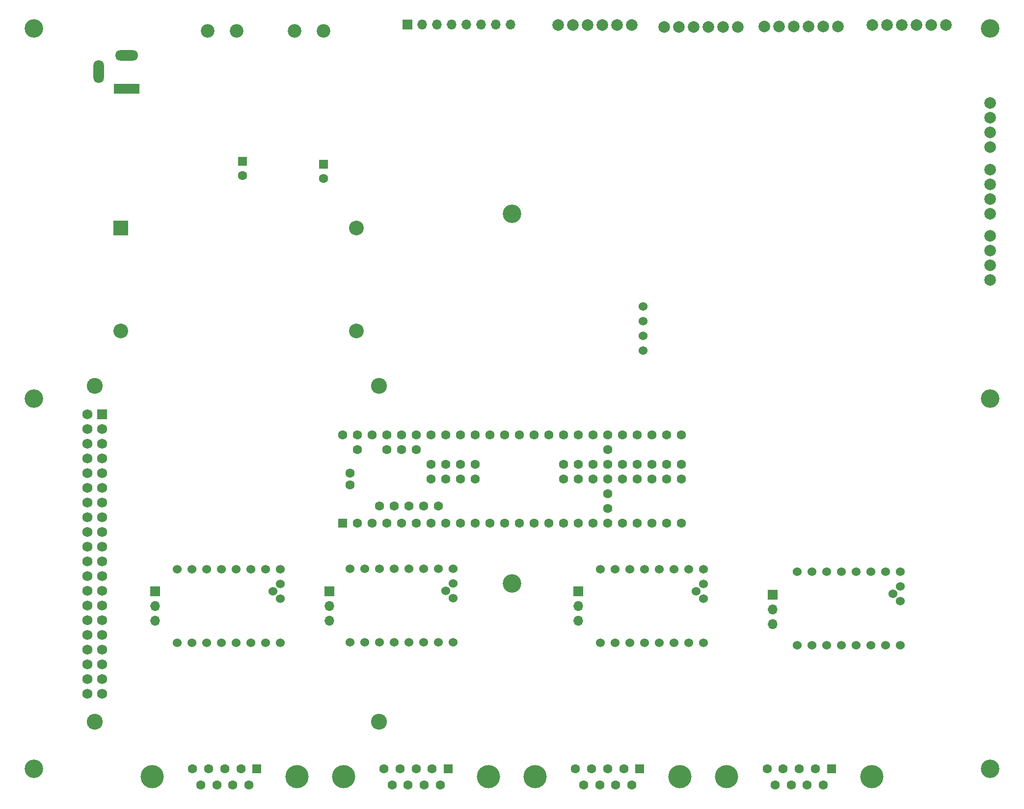
<source format=gbr>
%TF.GenerationSoftware,KiCad,Pcbnew,(5.1.10)-1*%
%TF.CreationDate,2022-10-10T21:05:00+02:00*%
%TF.ProjectId,onstepPi,6f6e7374-6570-4506-992e-6b696361645f,rev?*%
%TF.SameCoordinates,Original*%
%TF.FileFunction,Soldermask,Bot*%
%TF.FilePolarity,Negative*%
%FSLAX46Y46*%
G04 Gerber Fmt 4.6, Leading zero omitted, Abs format (unit mm)*
G04 Created by KiCad (PCBNEW (5.1.10)-1) date 2022-10-10 21:05:00*
%MOMM*%
%LPD*%
G01*
G04 APERTURE LIST*
%ADD10C,2.000000*%
%ADD11C,3.200000*%
%ADD12O,1.700000X1.700000*%
%ADD13R,1.700000X1.700000*%
%ADD14R,4.400000X1.800000*%
%ADD15O,4.000000X1.800000*%
%ADD16O,1.800000X4.000000*%
%ADD17C,1.600000*%
%ADD18R,1.600000X1.600000*%
%ADD19R,2.540000X2.540000*%
%ADD20C,2.540000*%
%ADD21C,1.524000*%
%ADD22C,2.350000*%
%ADD23C,4.000000*%
%ADD24C,1.750000*%
%ADD25R,1.750000X1.750000*%
%ADD26C,2.750000*%
G04 APERTURE END LIST*
D10*
%TO.C,J9*%
X206700000Y-33200000D03*
X204160000Y-33200000D03*
X201620000Y-33200000D03*
X199080000Y-33200000D03*
X196540000Y-33200000D03*
X194000000Y-33200000D03*
%TD*%
%TO.C,J8*%
X225320000Y-33000000D03*
X222780000Y-33000000D03*
X220240000Y-33000000D03*
X217700000Y-33000000D03*
X215160000Y-33000000D03*
X212620000Y-33000000D03*
%TD*%
%TO.C,J7*%
X171180000Y-33000000D03*
X168640000Y-33000000D03*
X166100000Y-33000000D03*
X163560000Y-33000000D03*
X161020000Y-33000000D03*
X158480000Y-33000000D03*
%TD*%
%TO.C,J6*%
X189480000Y-33300000D03*
X186940000Y-33300000D03*
X184400000Y-33300000D03*
X181860000Y-33300000D03*
X179320000Y-33300000D03*
X176780000Y-33300000D03*
%TD*%
D11*
%TO.C,REF\u002A\u002A*%
X233000000Y-33600000D03*
%TD*%
%TO.C,REF\u002A\u002A*%
X68000000Y-33600000D03*
%TD*%
D12*
%TO.C,J10*%
X150280000Y-32900000D03*
X147740000Y-32900000D03*
X145200000Y-32900000D03*
X142660000Y-32900000D03*
X140120000Y-32900000D03*
X137580000Y-32900000D03*
X135040000Y-32900000D03*
D13*
X132500000Y-32900000D03*
%TD*%
D11*
%TO.C,REF\u002A\u002A*%
X150500000Y-65600000D03*
%TD*%
%TO.C,REF\u002A\u002A*%
X150500000Y-129400000D03*
%TD*%
%TO.C,REF\u002A\u002A*%
X68000000Y-161400000D03*
%TD*%
%TO.C,REF\u002A\u002A*%
X68000000Y-97500000D03*
%TD*%
%TO.C,REF\u002A\u002A*%
X233000000Y-97500000D03*
%TD*%
%TO.C,REF\u002A\u002A*%
X233000000Y-161400000D03*
%TD*%
D12*
%TO.C,JP5*%
X195500000Y-136480000D03*
X195500000Y-133940000D03*
D13*
X195500000Y-131400000D03*
%TD*%
D14*
%TO.C,J5*%
X84000000Y-44000000D03*
D15*
X84000000Y-38200000D03*
D16*
X79200000Y-41000000D03*
%TD*%
D17*
%TO.C,U1*%
X122560000Y-110390000D03*
X122560000Y-112410000D03*
X136530000Y-108860000D03*
X139070000Y-108860000D03*
X141610000Y-108860000D03*
X144150000Y-108860000D03*
X144150000Y-111400000D03*
X141610000Y-111400000D03*
X136530000Y-111400000D03*
X139070000Y-111400000D03*
X159390000Y-111400000D03*
X159390000Y-108860000D03*
X161930000Y-111400000D03*
X161930000Y-108860000D03*
X164470000Y-111400000D03*
X164470000Y-108860000D03*
X179710000Y-111400000D03*
X179710000Y-108860000D03*
X169550000Y-111400000D03*
X172090000Y-111400000D03*
X174630000Y-111400000D03*
X177170000Y-111400000D03*
X177170000Y-108860000D03*
X174630000Y-108860000D03*
X172090000Y-108860000D03*
X169550000Y-108860000D03*
X137800000Y-116020000D03*
X135260000Y-116020000D03*
X132720000Y-116020000D03*
X130180000Y-116020000D03*
X127640000Y-116020000D03*
X133990000Y-106320000D03*
X131450000Y-106320000D03*
X128910000Y-106320000D03*
X123830000Y-106320000D03*
X121290000Y-103780000D03*
X123830000Y-103780000D03*
X126370000Y-103780000D03*
X128910000Y-103780000D03*
X131450000Y-103780000D03*
X133990000Y-103780000D03*
X136530000Y-103780000D03*
X139070000Y-103780000D03*
X141610000Y-103780000D03*
X144150000Y-103780000D03*
X146690000Y-103780000D03*
X149230000Y-103780000D03*
X151770000Y-103780000D03*
X154310000Y-103780000D03*
X156850000Y-103780000D03*
X159390000Y-103780000D03*
D18*
X121290000Y-119020000D03*
D17*
X123830000Y-119020000D03*
X126370000Y-119020000D03*
X128910000Y-119020000D03*
X131450000Y-119020000D03*
X133990000Y-119020000D03*
X136530000Y-119020000D03*
X139070000Y-119020000D03*
X141610000Y-119020000D03*
X144150000Y-119020000D03*
X146690000Y-119020000D03*
X149230000Y-119020000D03*
X151770000Y-119020000D03*
X161930000Y-103780000D03*
X164470000Y-103780000D03*
X167010000Y-103780000D03*
X169550000Y-103780000D03*
X172090000Y-103780000D03*
X174630000Y-103780000D03*
X177170000Y-103780000D03*
X179710000Y-103780000D03*
X167010000Y-106320000D03*
X167010000Y-108860000D03*
X167010000Y-111400000D03*
X167010000Y-113940000D03*
X167010000Y-116480000D03*
X179710000Y-119020000D03*
X177170000Y-119020000D03*
X174630000Y-119020000D03*
X172090000Y-119020000D03*
X154310000Y-119020000D03*
X156850000Y-119020000D03*
X159390000Y-119020000D03*
X169550000Y-119020000D03*
X167010000Y-119020000D03*
X164470000Y-119020000D03*
X161930000Y-119020000D03*
%TD*%
D19*
%TO.C,U4*%
X83000000Y-68000000D03*
D20*
X83000000Y-85780000D03*
X123640000Y-68000000D03*
X123640000Y-85780000D03*
%TD*%
D10*
%TO.C,J14*%
X233000000Y-69380000D03*
X233000000Y-71920000D03*
X233000000Y-74460000D03*
X233000000Y-77000000D03*
%TD*%
%TO.C,J13*%
X233000000Y-46460000D03*
X233000000Y-49000000D03*
X233000000Y-51540000D03*
X233000000Y-54080000D03*
%TD*%
%TO.C,J12*%
X233000000Y-57920000D03*
X233000000Y-60460000D03*
X233000000Y-63000000D03*
X233000000Y-65540000D03*
%TD*%
D17*
%TO.C,C5*%
X104000000Y-59000000D03*
D18*
X104000000Y-56500000D03*
%TD*%
D17*
%TO.C,C3*%
X118000000Y-59500000D03*
D18*
X118000000Y-57000000D03*
%TD*%
D21*
%TO.C,RTC1*%
X173100000Y-89240000D03*
X173100000Y-86700000D03*
X173100000Y-84160000D03*
X173100000Y-81620000D03*
%TD*%
D22*
%TO.C,F1*%
X118000000Y-34000000D03*
X113000000Y-34000000D03*
X98000000Y-34000000D03*
X103000000Y-34000000D03*
%TD*%
D12*
%TO.C,JP3*%
X161952000Y-135860000D03*
X161952000Y-133320000D03*
D13*
X161952000Y-130780000D03*
%TD*%
D12*
%TO.C,JP2*%
X119000000Y-135840000D03*
X119000000Y-133300000D03*
D13*
X119000000Y-130760000D03*
%TD*%
D12*
%TO.C,JP1*%
X88912000Y-135860000D03*
X88912000Y-133320000D03*
D13*
X88912000Y-130780000D03*
%TD*%
D21*
%TO.C,U7*%
X216230000Y-131210000D03*
X217500000Y-132480000D03*
X217500000Y-129940000D03*
X199720000Y-140100000D03*
X202260000Y-140100000D03*
X204800000Y-140100000D03*
X207340000Y-140100000D03*
X209880000Y-140100000D03*
X212420000Y-140100000D03*
X214960000Y-140100000D03*
X217500000Y-140100000D03*
X199720000Y-127400000D03*
X202260000Y-127400000D03*
X204800000Y-127400000D03*
X207340000Y-127400000D03*
X209880000Y-127400000D03*
X212420000Y-127400000D03*
X214960000Y-127400000D03*
X217500000Y-127400000D03*
%TD*%
%TO.C,U6*%
X182272000Y-130780000D03*
X183542000Y-132050000D03*
X183542000Y-129510000D03*
X165762000Y-139670000D03*
X168302000Y-139670000D03*
X170842000Y-139670000D03*
X173382000Y-139670000D03*
X175922000Y-139670000D03*
X178462000Y-139670000D03*
X181002000Y-139670000D03*
X183542000Y-139670000D03*
X165762000Y-126970000D03*
X168302000Y-126970000D03*
X170842000Y-126970000D03*
X173382000Y-126970000D03*
X175922000Y-126970000D03*
X178462000Y-126970000D03*
X181002000Y-126970000D03*
X183542000Y-126970000D03*
%TD*%
%TO.C,U5*%
X139030000Y-130710000D03*
X140300000Y-131980000D03*
X140300000Y-129440000D03*
X122520000Y-139600000D03*
X125060000Y-139600000D03*
X127600000Y-139600000D03*
X130140000Y-139600000D03*
X132680000Y-139600000D03*
X135220000Y-139600000D03*
X137760000Y-139600000D03*
X140300000Y-139600000D03*
X122520000Y-126900000D03*
X125060000Y-126900000D03*
X127600000Y-126900000D03*
X130140000Y-126900000D03*
X132680000Y-126900000D03*
X135220000Y-126900000D03*
X137760000Y-126900000D03*
X140300000Y-126900000D03*
%TD*%
D23*
%TO.C,J4*%
X212540000Y-162820000D03*
X187540000Y-162820000D03*
D17*
X195885000Y-164240000D03*
X198655000Y-164240000D03*
X201425000Y-164240000D03*
X204195000Y-164240000D03*
X194500000Y-161400000D03*
X197270000Y-161400000D03*
X200040000Y-161400000D03*
X202810000Y-161400000D03*
D18*
X205580000Y-161400000D03*
%TD*%
D23*
%TO.C,J3*%
X179500000Y-162820000D03*
X154500000Y-162820000D03*
D17*
X162845000Y-164240000D03*
X165615000Y-164240000D03*
X168385000Y-164240000D03*
X171155000Y-164240000D03*
X161460000Y-161400000D03*
X164230000Y-161400000D03*
X167000000Y-161400000D03*
X169770000Y-161400000D03*
D18*
X172540000Y-161400000D03*
%TD*%
D23*
%TO.C,J2*%
X146460000Y-162820000D03*
X121460000Y-162820000D03*
D17*
X129805000Y-164240000D03*
X132575000Y-164240000D03*
X135345000Y-164240000D03*
X138115000Y-164240000D03*
X128420000Y-161400000D03*
X131190000Y-161400000D03*
X133960000Y-161400000D03*
X136730000Y-161400000D03*
D18*
X139500000Y-161400000D03*
%TD*%
D21*
%TO.C,U3*%
X109232000Y-130780000D03*
X110502000Y-132050000D03*
X110502000Y-129510000D03*
X92722000Y-139670000D03*
X95262000Y-139670000D03*
X97802000Y-139670000D03*
X100342000Y-139670000D03*
X102882000Y-139670000D03*
X105422000Y-139670000D03*
X107962000Y-139670000D03*
X110502000Y-139670000D03*
X92722000Y-126970000D03*
X95262000Y-126970000D03*
X97802000Y-126970000D03*
X100342000Y-126970000D03*
X102882000Y-126970000D03*
X105422000Y-126970000D03*
X107962000Y-126970000D03*
X110502000Y-126970000D03*
%TD*%
D24*
%TO.C,RP1*%
X79800000Y-133200000D03*
X77260000Y-133200000D03*
X79800000Y-135740000D03*
X77260000Y-135740000D03*
X77260000Y-128120000D03*
X79800000Y-128120000D03*
D25*
X79800000Y-100180000D03*
D24*
X77260000Y-100180000D03*
X79800000Y-102720000D03*
X77260000Y-102720000D03*
X79800000Y-105260000D03*
X77260000Y-105260000D03*
X79800000Y-107800000D03*
X77260000Y-107800000D03*
X79800000Y-110340000D03*
X77260000Y-110340000D03*
X79800000Y-112880000D03*
X77260000Y-112880000D03*
X79800000Y-115420000D03*
X77260000Y-115420000D03*
X79800000Y-117960000D03*
X77260000Y-117960000D03*
X79800000Y-120500000D03*
X77260000Y-120500000D03*
X79800000Y-123040000D03*
X77260000Y-123040000D03*
X79800000Y-125580000D03*
X77260000Y-125580000D03*
X79800000Y-130660000D03*
X77260000Y-130660000D03*
X77260000Y-138280000D03*
X79800000Y-138280000D03*
X77260000Y-140820000D03*
X79800000Y-140820000D03*
X77260000Y-143360000D03*
X79800000Y-143360000D03*
X77260000Y-145900000D03*
X79800000Y-145900000D03*
X77260000Y-148440000D03*
X79800000Y-148440000D03*
D26*
X78530000Y-95310000D03*
X78530000Y-153310000D03*
X127530000Y-95310000D03*
X127530000Y-153310000D03*
%TD*%
D23*
%TO.C,J1*%
X113460000Y-162820000D03*
X88460000Y-162820000D03*
D17*
X96805000Y-164240000D03*
X99575000Y-164240000D03*
X102345000Y-164240000D03*
X105115000Y-164240000D03*
X95420000Y-161400000D03*
X98190000Y-161400000D03*
X100960000Y-161400000D03*
X103730000Y-161400000D03*
D18*
X106500000Y-161400000D03*
%TD*%
M02*

</source>
